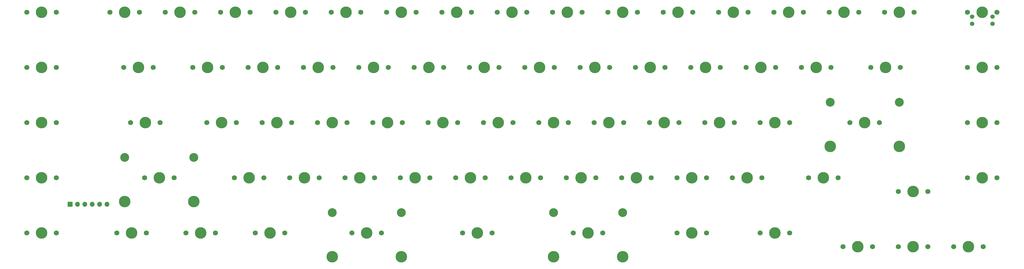
<source format=gbr>
%TF.GenerationSoftware,KiCad,Pcbnew,8.0.8*%
%TF.CreationDate,2025-02-24T19:32:54-06:00*%
%TF.ProjectId,kb,6b622e6b-6963-4616-945f-706362585858,rev?*%
%TF.SameCoordinates,Original*%
%TF.FileFunction,Soldermask,Top*%
%TF.FilePolarity,Negative*%
%FSLAX46Y46*%
G04 Gerber Fmt 4.6, Leading zero omitted, Abs format (unit mm)*
G04 Created by KiCad (PCBNEW 8.0.8) date 2025-02-24 19:32:54*
%MOMM*%
%LPD*%
G01*
G04 APERTURE LIST*
%ADD10C,1.750000*%
%ADD11C,3.987800*%
%ADD12C,3.048000*%
%ADD13C,1.500000*%
%ADD14R,1.700000X1.700000*%
%ADD15O,1.700000X1.700000*%
G04 APERTURE END LIST*
D10*
%TO.C,SW30*%
X294407500Y-28025000D03*
D11*
X299487500Y-28025000D03*
D10*
X304567500Y-28025000D03*
%TD*%
%TO.C,SW33*%
X39613750Y-47075000D03*
D11*
X44693750Y-47075000D03*
D10*
X49773750Y-47075000D03*
%TD*%
%TO.C,SW31*%
X327745000Y-28025000D03*
D11*
X332825000Y-28025000D03*
D10*
X337905000Y-28025000D03*
%TD*%
%TO.C,SW56*%
X208682500Y-66125000D03*
D11*
X213762500Y-66125000D03*
D10*
X218842500Y-66125000D03*
%TD*%
%TO.C,SW23*%
X156295000Y-28025000D03*
D11*
X161375000Y-28025000D03*
D10*
X166455000Y-28025000D03*
%TD*%
%TO.C,SW42*%
X218207500Y-47075000D03*
D11*
X223287500Y-47075000D03*
D10*
X228367500Y-47075000D03*
%TD*%
%TO.C,SW54*%
X170582500Y-66125000D03*
D11*
X175662500Y-66125000D03*
D10*
X180742500Y-66125000D03*
%TD*%
%TO.C,SW65*%
X82476250Y-85175000D03*
D11*
X87556250Y-85175000D03*
D10*
X92636250Y-85175000D03*
%TD*%
%TO.C,SW59*%
X272976250Y-66125000D03*
D11*
X278056250Y-66125000D03*
D10*
X283136250Y-66125000D03*
%TD*%
%TO.C,SW6*%
X108670000Y-8975000D03*
D11*
X113750000Y-8975000D03*
D10*
X118830000Y-8975000D03*
%TD*%
%TO.C,SW61*%
X327745000Y-66125000D03*
D11*
X332825000Y-66125000D03*
D10*
X337905000Y-66125000D03*
%TD*%
%TO.C,SW43*%
X237257500Y-47075000D03*
D11*
X242337500Y-47075000D03*
D10*
X247417500Y-47075000D03*
%TD*%
%TO.C,SW48*%
X44376250Y-66125000D03*
D11*
X49456250Y-66125000D03*
D10*
X54536250Y-66125000D03*
%TD*%
%TO.C,SW17*%
X37232500Y-28025000D03*
D11*
X42312500Y-28025000D03*
D10*
X47392500Y-28025000D03*
%TD*%
%TO.C,SW71*%
X284882500Y-89937500D03*
D11*
X289962500Y-89937500D03*
D10*
X295042500Y-89937500D03*
%TD*%
%TO.C,SW35*%
X84857500Y-47075000D03*
D11*
X89937500Y-47075000D03*
D10*
X95017500Y-47075000D03*
%TD*%
%TO.C,SW51*%
X113432500Y-66125000D03*
D11*
X118512500Y-66125000D03*
D10*
X123592500Y-66125000D03*
%TD*%
%TO.C,SW69*%
X227732500Y-85175000D03*
D11*
X232812500Y-85175000D03*
D10*
X237892500Y-85175000D03*
%TD*%
%TO.C,SW32*%
X3895000Y-47075000D03*
D11*
X8975000Y-47075000D03*
D10*
X14055000Y-47075000D03*
%TD*%
%TO.C,SW70*%
X256307500Y-85175000D03*
D11*
X261387500Y-85175000D03*
D10*
X266467500Y-85175000D03*
%TD*%
%TO.C,SW68*%
X192013750Y-85175000D03*
D11*
X197093750Y-85175000D03*
D10*
X202173750Y-85175000D03*
%TD*%
%TO.C,SW73*%
X322982500Y-89937500D03*
D11*
X328062500Y-89937500D03*
D10*
X333142500Y-89937500D03*
%TD*%
%TO.C,SW10*%
X184870000Y-8975000D03*
D11*
X189950000Y-8975000D03*
D10*
X195030000Y-8975000D03*
%TD*%
D12*
%TO.C,REF\u002A\u002A*%
X185187500Y-78190000D03*
D11*
X185187500Y-93430000D03*
D12*
X209000000Y-78190000D03*
D11*
X209000000Y-93430000D03*
%TD*%
D10*
%TO.C,SW5*%
X89620000Y-8975000D03*
D11*
X94700000Y-8975000D03*
D10*
X99780000Y-8975000D03*
%TD*%
%TO.C,SW44*%
X256307500Y-47075000D03*
D11*
X261387500Y-47075000D03*
D10*
X266467500Y-47075000D03*
%TD*%
%TO.C,SW25*%
X194395000Y-28025000D03*
D11*
X199475000Y-28025000D03*
D10*
X204555000Y-28025000D03*
%TD*%
%TO.C,SW26*%
X213445000Y-28025000D03*
D11*
X218525000Y-28025000D03*
D10*
X223605000Y-28025000D03*
%TD*%
%TO.C,SW12*%
X222970000Y-8975000D03*
D11*
X228050000Y-8975000D03*
D10*
X233130000Y-8975000D03*
%TD*%
%TO.C,SW52*%
X132482500Y-66125000D03*
D11*
X137562500Y-66125000D03*
D10*
X142642500Y-66125000D03*
%TD*%
%TO.C,SW67*%
X153913750Y-85175000D03*
D11*
X158993750Y-85175000D03*
D10*
X164073750Y-85175000D03*
%TD*%
%TO.C,SW63*%
X34851250Y-85175000D03*
D11*
X39931250Y-85175000D03*
D10*
X45011250Y-85175000D03*
%TD*%
%TO.C,SW38*%
X142007500Y-47075000D03*
D11*
X147087500Y-47075000D03*
D10*
X152167500Y-47075000D03*
%TD*%
%TO.C,SW39*%
X161057500Y-47075000D03*
D11*
X166137500Y-47075000D03*
D10*
X171217500Y-47075000D03*
%TD*%
%TO.C,SW41*%
X199157500Y-47075000D03*
D11*
X204237500Y-47075000D03*
D10*
X209317500Y-47075000D03*
%TD*%
%TO.C,SW47*%
X3895000Y-66125000D03*
D11*
X8975000Y-66125000D03*
D10*
X14055000Y-66125000D03*
%TD*%
%TO.C,SW1*%
X3895000Y-8975000D03*
D11*
X8975000Y-8975000D03*
D10*
X14055000Y-8975000D03*
%TD*%
%TO.C,SW16*%
X3895000Y-28025000D03*
D11*
X8975000Y-28025000D03*
D10*
X14055000Y-28025000D03*
%TD*%
%TO.C,SW57*%
X227732500Y-66125000D03*
D11*
X232812500Y-66125000D03*
D10*
X237892500Y-66125000D03*
%TD*%
%TO.C,SW4*%
X70570000Y-8975000D03*
D11*
X75650000Y-8975000D03*
D10*
X80730000Y-8975000D03*
%TD*%
%TO.C,SW20*%
X99145000Y-28025000D03*
D11*
X104225000Y-28025000D03*
D10*
X109305000Y-28025000D03*
%TD*%
D12*
%TO.C,REF\u002A\u002A*%
X108975000Y-78175000D03*
D11*
X108975000Y-93415000D03*
D12*
X132787500Y-78175000D03*
D11*
X132787500Y-93415000D03*
%TD*%
D10*
%TO.C,SW79*%
X299170000Y-8975000D03*
D11*
X304250000Y-8975000D03*
D10*
X309330000Y-8975000D03*
%TD*%
D12*
%TO.C,REF\u002A\u002A*%
X280437500Y-40100000D03*
D11*
X280437500Y-55340000D03*
D12*
X304250000Y-40100000D03*
D11*
X304250000Y-55340000D03*
%TD*%
D10*
%TO.C,SW24*%
X175345000Y-28025000D03*
D11*
X180425000Y-28025000D03*
D10*
X185505000Y-28025000D03*
%TD*%
%TO.C,SW64*%
X58663750Y-85175000D03*
D11*
X63743750Y-85175000D03*
D10*
X68823750Y-85175000D03*
%TD*%
D12*
%TO.C,REF\u002A\u002A*%
X37537500Y-59150000D03*
D11*
X37537500Y-74390000D03*
D12*
X61350000Y-59150000D03*
D11*
X61350000Y-74390000D03*
%TD*%
D10*
%TO.C,SW21*%
X118195000Y-28025000D03*
D11*
X123275000Y-28025000D03*
D10*
X128355000Y-28025000D03*
%TD*%
D11*
%TO.C,SW78*%
X332825000Y-8975000D03*
D13*
X336325000Y-12975000D03*
X336325000Y-10475000D03*
X329325000Y-10475000D03*
X329325000Y-12975000D03*
%TD*%
D10*
%TO.C,SW27*%
X232495000Y-28025000D03*
D11*
X237575000Y-28025000D03*
D10*
X242655000Y-28025000D03*
%TD*%
%TO.C,SW29*%
X270595000Y-28025000D03*
D11*
X275675000Y-28025000D03*
D10*
X280755000Y-28025000D03*
%TD*%
%TO.C,SW2*%
X32470000Y-8975000D03*
D11*
X37550000Y-8975000D03*
D10*
X42630000Y-8975000D03*
%TD*%
%TO.C,SW28*%
X251545000Y-28025000D03*
D11*
X256625000Y-28025000D03*
D10*
X261705000Y-28025000D03*
%TD*%
%TO.C,SW77*%
X327745000Y-8975000D03*
D11*
X332825000Y-8975000D03*
D10*
X337905000Y-8975000D03*
%TD*%
%TO.C,SW19*%
X80095000Y-28025000D03*
D11*
X85175000Y-28025000D03*
D10*
X90255000Y-28025000D03*
%TD*%
%TO.C,SW8*%
X146770000Y-8975000D03*
D11*
X151850000Y-8975000D03*
D10*
X156930000Y-8975000D03*
%TD*%
%TO.C,SW9*%
X165820000Y-8975000D03*
D11*
X170900000Y-8975000D03*
D10*
X175980000Y-8975000D03*
%TD*%
%TO.C,SW72*%
X303932500Y-89937500D03*
D11*
X309012500Y-89937500D03*
D10*
X314092500Y-89937500D03*
%TD*%
%TO.C,SW60*%
X303932500Y-70875000D03*
D11*
X309012500Y-70875000D03*
D10*
X314092500Y-70875000D03*
%TD*%
%TO.C,SW7*%
X127720000Y-8975000D03*
D11*
X132800000Y-8975000D03*
D10*
X137880000Y-8975000D03*
%TD*%
%TO.C,SW18*%
X61045000Y-28025000D03*
D11*
X66125000Y-28025000D03*
D10*
X71205000Y-28025000D03*
%TD*%
%TO.C,SW62*%
X3895000Y-85175000D03*
D11*
X8975000Y-85175000D03*
D10*
X14055000Y-85175000D03*
%TD*%
%TO.C,SW3*%
X51520000Y-8975000D03*
D11*
X56600000Y-8975000D03*
D10*
X61680000Y-8975000D03*
%TD*%
%TO.C,SW34*%
X65807500Y-47075000D03*
D11*
X70887500Y-47075000D03*
D10*
X75967500Y-47075000D03*
%TD*%
%TO.C,SW53*%
X151532500Y-66125000D03*
D11*
X156612500Y-66125000D03*
D10*
X161692500Y-66125000D03*
%TD*%
%TO.C,SW58*%
X246782500Y-66125000D03*
D11*
X251862500Y-66125000D03*
D10*
X256942500Y-66125000D03*
%TD*%
%TO.C,SW40*%
X180107500Y-47075000D03*
D11*
X185187500Y-47075000D03*
D10*
X190267500Y-47075000D03*
%TD*%
%TO.C,SW50*%
X94382500Y-66125000D03*
D11*
X99462500Y-66125000D03*
D10*
X104542500Y-66125000D03*
%TD*%
%TO.C,SW55*%
X189632500Y-66125000D03*
D11*
X194712500Y-66125000D03*
D10*
X199792500Y-66125000D03*
%TD*%
%TO.C,SW66*%
X115813750Y-85175000D03*
D11*
X120893750Y-85175000D03*
D10*
X125973750Y-85175000D03*
%TD*%
%TO.C,SW46*%
X327745000Y-47075000D03*
D11*
X332825000Y-47075000D03*
D10*
X337905000Y-47075000D03*
%TD*%
%TO.C,SW49*%
X75332500Y-66125000D03*
D11*
X80412500Y-66125000D03*
D10*
X85492500Y-66125000D03*
%TD*%
%TO.C,SW15*%
X280120000Y-8975000D03*
D11*
X285200000Y-8975000D03*
D10*
X290280000Y-8975000D03*
%TD*%
%TO.C,SW14*%
X261070000Y-8975000D03*
D11*
X266150000Y-8975000D03*
D10*
X271230000Y-8975000D03*
%TD*%
%TO.C,SW11*%
X203920000Y-8975000D03*
D11*
X209000000Y-8975000D03*
D10*
X214080000Y-8975000D03*
%TD*%
%TO.C,SW45*%
X287263750Y-47075000D03*
D11*
X292343750Y-47075000D03*
D10*
X297423750Y-47075000D03*
%TD*%
%TO.C,SW22*%
X137245000Y-28025000D03*
D11*
X142325000Y-28025000D03*
D10*
X147405000Y-28025000D03*
%TD*%
%TO.C,SW36*%
X103907500Y-47075000D03*
D11*
X108987500Y-47075000D03*
D10*
X114067500Y-47075000D03*
%TD*%
%TO.C,SW13*%
X242020000Y-8975000D03*
D11*
X247100000Y-8975000D03*
D10*
X252180000Y-8975000D03*
%TD*%
%TO.C,SW37*%
X122957500Y-47075000D03*
D11*
X128037500Y-47075000D03*
D10*
X133117500Y-47075000D03*
%TD*%
D14*
%TO.C,J1*%
X18775000Y-75325000D03*
D15*
X21315000Y-75325000D03*
X23855000Y-75325000D03*
X26395000Y-75325000D03*
X28935000Y-75325000D03*
X31475000Y-75325000D03*
%TD*%
M02*

</source>
